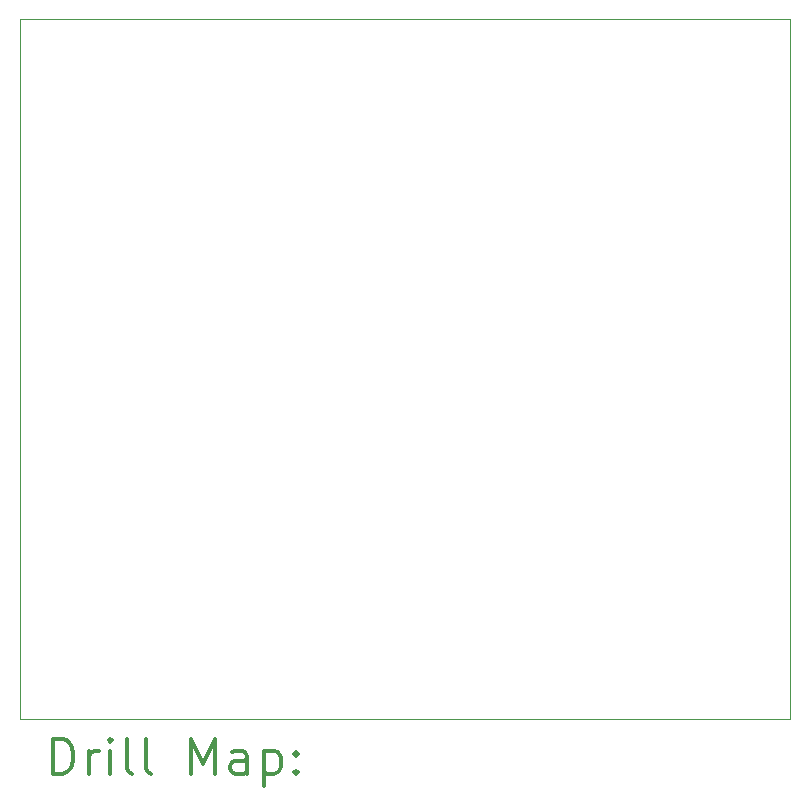
<source format=gbr>
%FSLAX45Y45*%
G04 Gerber Fmt 4.5, Leading zero omitted, Abs format (unit mm)*
G04 Created by KiCad (PCBNEW 5.1.10) date 2021-06-04 18:58:07*
%MOMM*%
%LPD*%
G01*
G04 APERTURE LIST*
%TA.AperFunction,Profile*%
%ADD10C,0.050000*%
%TD*%
%ADD11C,0.200000*%
%ADD12C,0.300000*%
G04 APERTURE END LIST*
D10*
X18550000Y-8775000D02*
X12025000Y-8775000D01*
X18550000Y-2850000D02*
X18550000Y-8775000D01*
X12025000Y-2850000D02*
X18550000Y-2850000D01*
X12025000Y-8775000D02*
X12025000Y-2850000D01*
D11*
D12*
X12308928Y-9243214D02*
X12308928Y-8943214D01*
X12380357Y-8943214D01*
X12423214Y-8957500D01*
X12451786Y-8986072D01*
X12466071Y-9014643D01*
X12480357Y-9071786D01*
X12480357Y-9114643D01*
X12466071Y-9171786D01*
X12451786Y-9200357D01*
X12423214Y-9228929D01*
X12380357Y-9243214D01*
X12308928Y-9243214D01*
X12608928Y-9243214D02*
X12608928Y-9043214D01*
X12608928Y-9100357D02*
X12623214Y-9071786D01*
X12637500Y-9057500D01*
X12666071Y-9043214D01*
X12694643Y-9043214D01*
X12794643Y-9243214D02*
X12794643Y-9043214D01*
X12794643Y-8943214D02*
X12780357Y-8957500D01*
X12794643Y-8971786D01*
X12808928Y-8957500D01*
X12794643Y-8943214D01*
X12794643Y-8971786D01*
X12980357Y-9243214D02*
X12951786Y-9228929D01*
X12937500Y-9200357D01*
X12937500Y-8943214D01*
X13137500Y-9243214D02*
X13108928Y-9228929D01*
X13094643Y-9200357D01*
X13094643Y-8943214D01*
X13480357Y-9243214D02*
X13480357Y-8943214D01*
X13580357Y-9157500D01*
X13680357Y-8943214D01*
X13680357Y-9243214D01*
X13951786Y-9243214D02*
X13951786Y-9086072D01*
X13937500Y-9057500D01*
X13908928Y-9043214D01*
X13851786Y-9043214D01*
X13823214Y-9057500D01*
X13951786Y-9228929D02*
X13923214Y-9243214D01*
X13851786Y-9243214D01*
X13823214Y-9228929D01*
X13808928Y-9200357D01*
X13808928Y-9171786D01*
X13823214Y-9143214D01*
X13851786Y-9128929D01*
X13923214Y-9128929D01*
X13951786Y-9114643D01*
X14094643Y-9043214D02*
X14094643Y-9343214D01*
X14094643Y-9057500D02*
X14123214Y-9043214D01*
X14180357Y-9043214D01*
X14208928Y-9057500D01*
X14223214Y-9071786D01*
X14237500Y-9100357D01*
X14237500Y-9186072D01*
X14223214Y-9214643D01*
X14208928Y-9228929D01*
X14180357Y-9243214D01*
X14123214Y-9243214D01*
X14094643Y-9228929D01*
X14366071Y-9214643D02*
X14380357Y-9228929D01*
X14366071Y-9243214D01*
X14351786Y-9228929D01*
X14366071Y-9214643D01*
X14366071Y-9243214D01*
X14366071Y-9057500D02*
X14380357Y-9071786D01*
X14366071Y-9086072D01*
X14351786Y-9071786D01*
X14366071Y-9057500D01*
X14366071Y-9086072D01*
M02*

</source>
